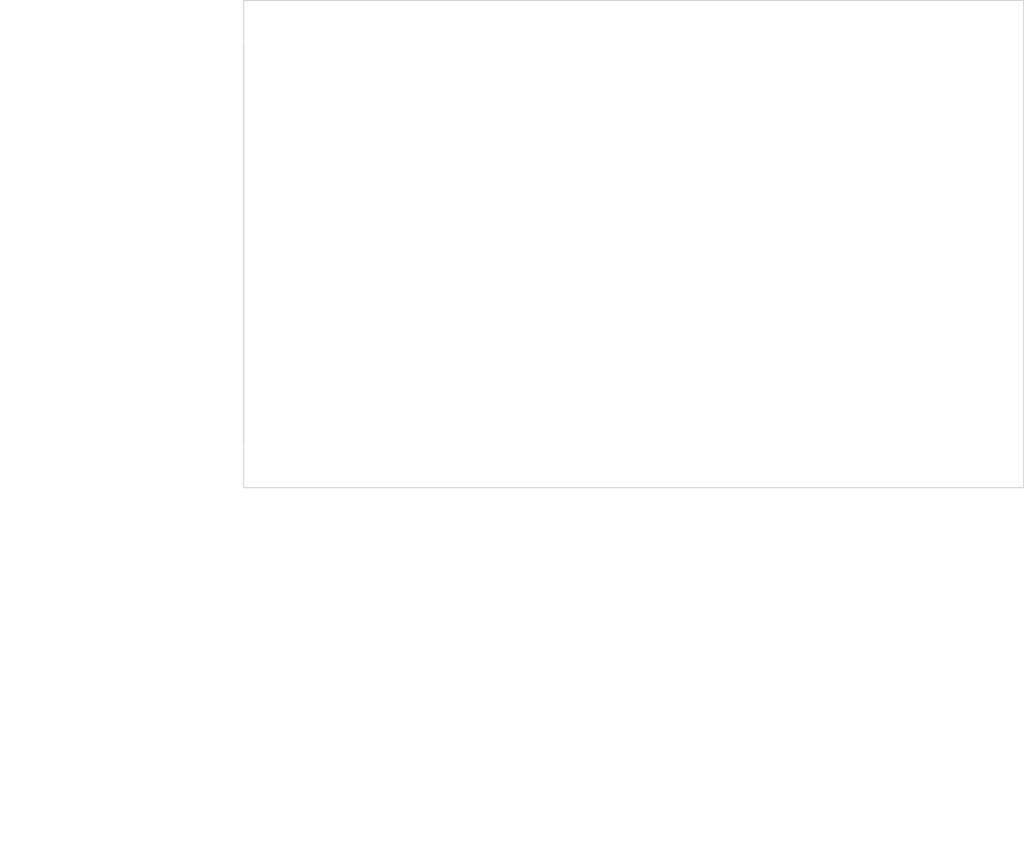
<source format=kicad_pcb>
(kicad_pcb
	(version 20240108)
	(generator "pcbnew")
	(generator_version "8.0")
	(general
		(thickness 1.6062)
		(legacy_teardrops no)
	)
	(paper "A")
	(layers
		(0 "F.Cu" mixed)
		(1 "In1.Cu" power)
		(2 "In2.Cu" power)
		(31 "B.Cu" mixed)
		(34 "B.Paste" user)
		(35 "F.Paste" user)
		(36 "B.SilkS" user "B.Silkscreen")
		(37 "F.SilkS" user "F.Silkscreen")
		(38 "B.Mask" user)
		(39 "F.Mask" user)
		(40 "Dwgs.User" user "User.Drawings")
		(41 "Cmts.User" user "User.Comments")
		(44 "Edge.Cuts" user)
		(45 "Margin" user)
		(46 "B.CrtYd" user "B.Courtyard")
		(47 "F.CrtYd" user "F.Courtyard")
		(48 "B.Fab" user)
		(49 "F.Fab" user)
	)
	(setup
		(stackup
			(layer "F.SilkS"
				(type "Top Silk Screen")
				(color "White")
				(material "Liquid Photo")
			)
			(layer "F.Paste"
				(type "Top Solder Paste")
			)
			(layer "F.Mask"
				(type "Top Solder Mask")
				(color "Green")
				(thickness 0.01)
				(material "Liquid Ink")
				(epsilon_r 3.3)
				(loss_tangent 0)
			)
			(layer "F.Cu"
				(type "copper")
				(thickness 0.035)
			)
			(layer "dielectric 1"
				(type "prepreg")
				(color "FR4 natural")
				(thickness 0.2104)
				(material "7628")
				(epsilon_r 4.4)
				(loss_tangent 0)
			)
			(layer "In1.Cu"
				(type "copper")
				(thickness 0.0152)
			)
			(layer "dielectric 2"
				(type "core")
				(color "FR4 natural")
				(thickness 1.065)
				(material "FR4")
				(epsilon_r 4.6)
				(loss_tangent 0.02)
			)
			(layer "In2.Cu"
				(type "copper")
				(thickness 0.0152)
			)
			(layer "dielectric 3"
				(type "prepreg")
				(color "FR4 natural")
				(thickness 0.2104)
				(material "7628")
				(epsilon_r 4.4)
				(loss_tangent 0)
			)
			(layer "B.Cu"
				(type "copper")
				(thickness 0.035)
			)
			(layer "B.Mask"
				(type "Bottom Solder Mask")
				(color "Green")
				(thickness 0.01)
				(material "Liquid Ink")
				(epsilon_r 3.3)
				(loss_tangent 0)
			)
			(layer "B.Paste"
				(type "Bottom Solder Paste")
			)
			(layer "B.SilkS"
				(type "Bottom Silk Screen")
				(color "White")
				(material "Liquid Photo")
			)
			(copper_finish "ENIG")
			(dielectric_constraints yes)
		)
		(pad_to_mask_clearance 0)
		(solder_mask_min_width 0.08)
		(allow_soldermask_bridges_in_footprints no)
		(pcbplotparams
			(layerselection 0x00010fc_ffffffff)
			(plot_on_all_layers_selection 0x0000000_00000000)
			(disableapertmacros no)
			(usegerberextensions no)
			(usegerberattributes yes)
			(usegerberadvancedattributes yes)
			(creategerberjobfile yes)
			(dashed_line_dash_ratio 12.000000)
			(dashed_line_gap_ratio 3.000000)
			(svgprecision 4)
			(plotframeref no)
			(viasonmask no)
			(mode 1)
			(useauxorigin no)
			(hpglpennumber 1)
			(hpglpenspeed 20)
			(hpglpendiameter 15.000000)
			(pdf_front_fp_property_popups yes)
			(pdf_back_fp_property_popups yes)
			(dxfpolygonmode yes)
			(dxfimperialunits yes)
			(dxfusepcbnewfont yes)
			(psnegative no)
			(psa4output no)
			(plotreference yes)
			(plotvalue yes)
			(plotfptext yes)
			(plotinvisibletext no)
			(sketchpadsonfab no)
			(subtractmaskfromsilk no)
			(outputformat 1)
			(mirror no)
			(drillshape 1)
			(scaleselection 1)
			(outputdirectory "")
		)
	)
	(net 0 "")
	(gr_line
		(start 70.748 118.91)
		(end 62.748 118.91)
		(stroke
			(width 0.2)
			(type dash)
		)
		(layer "Dwgs.User")
		(uuid "0b7e5196-f342-44b5-8cc1-6b761143669a")
	)
	(gr_circle
		(center 66.318 33.77)
		(end 67.668 33.77)
		(stroke
			(width 0.2)
			(type solid)
		)
		(fill none)
		(layer "Dwgs.User")
		(uuid "4b0b1706-6bf3-4693-8dd2-b8885abc9ef7")
	)
	(gr_circle
		(center 219.988 122.77)
		(end 221.338 122.77)
		(stroke
			(width 0.2)
			(type solid)
		)
		(fill none)
		(layer "Dwgs.User")
		(uuid "5a353771-1998-4eb0-af52-da71898187da")
	)
	(gr_line
		(start 222.748 125.77)
		(end 62.748 125.77)
		(stroke
			(width 0.2)
			(type dash)
		)
		(layer "Dwgs.User")
		(uuid "71fbccc7-3559-4c15-afe8-b57f8b150f71")
	)
	(gr_line
		(start 62.748 37.63)
		(end 70.748 37.63)
		(stroke
			(width 0.2)
			(type dash)
		)
		(layer "Dwgs.User")
		(uuid "7f54fd4c-41fb-44cc-b973-dbb3ba279b4a")
	)
	(gr_line
		(start 222.748 30.77)
		(end 62.748 30.77)
		(stroke
			(width 0.2)
			(type dash)
		)
		(layer "Dwgs.User")
		(uuid "c1e15d54-e8be-4dec-8a8b-f160a89442cf")
	)
	(gr_circle
		(center 219.988 33.77)
		(end 221.338 33.77)
		(stroke
			(width 0.2)
			(type solid)
		)
		(fill none)
		(layer "Dwgs.User")
		(uuid "c4f900ee-de1c-442e-a15c-733110bdf3c0")
	)
	(gr_line
		(start 62.748 78.27)
		(end 222.748 78.27)
		(stroke
			(width 0.2)
			(type dash_dot)
		)
		(layer "Dwgs.User")
		(uuid "c841d2c5-ccea-4177-9ee3-204ea26edbd5")
	)
	(gr_line
		(start 70.748 37.63)
		(end 70.748 118.91)
		(stroke
			(width 0.2)
			(type dash)
		)
		(layer "Dwgs.User")
		(uuid "d4cd9367-5131-46d7-8a8c-4368b9c33916")
	)
	(gr_circle
		(center 66.318 122.77)
		(end 67.668 122.77)
		(stroke
			(width 0.2)
			(type solid)
		)
		(fill none)
		(layer "Dwgs.User")
		(uuid "f469a61b-7a15-483f-9b83-d0b5eb7815e3")
	)
	(gr_line
		(start 12.820286 151.972)
		(end 12.820286 203.158)
		(stroke
			(width 0.1)
			(type default)
		)
		(layer "Cmts.User")
		(uuid "14126d49-4f28-456c-a3b9-3df07f7c7a95")
	)
	(gr_line
		(start 12.820286 156.28)
		(end 133.791717 156.28)
		(stroke
			(width 0.1)
			(type default)
		)
		(layer "Cmts.User")
		(uuid "22f53a7b-ed2e-4323-b736-a29ee18a6022")
	)
	(gr_line
		(start 53.277428 151.972)
		(end 53.277428 203.158)
		(stroke
			(width 0.1)
			(type default)
		)
		(layer "Cmts.User")
		(uuid "27922127-88c4-4041-b74e-808b4dff2358")
	)
	(gr_line
		(start 12.820286 185.128)
		(end 133.791717 185.128)
		(stroke
			(width 0.1)
			(type default)
		)
		(layer "Cmts.User")
		(uuid "571998e6-64a5-4875-b39d-abe86ce588f5")
	)
	(gr_line
		(start 103.948858 151.972)
		(end 103.948858 203.158)
		(stroke
			(width 0.1)
			(type default)
		)
		(layer "Cmts.User")
		(uuid "5c9bd496-736a-4cb6-93ad-f69fa9857587")
	)
	(gr_line
		(start 12.820286 203.158)
		(end 133.791717 203.158)
		(stroke
			(width 0.1)
			(type default)
		)
		(layer "Cmts.User")
		(uuid "633b3ea1-fceb-4b20-9ae6-345f37c7d33c")
	)
	(gr_line
		(start 69.063144 151.972)
		(end 69.063144 203.158)
		(stroke
			(width 0.1)
			(type default)
		)
		(layer "Cmts.User")
		(uuid "76341ba1-2617-434b-bc44-f8198b80f90b")
	)
	(gr_line
		(start 12.820286 151.972)
		(end 133.791717 151.972)
		(stroke
			(width 0.1)
			(type default)
		)
		(layer "Cmts.User")
		(uuid "7aeb4629-8082-46f3-911b-6a2af3542c68")
	)
	(gr_line
		(start 12.820286 174.31)
		(end 133.791717 174.31)
		(stroke
			(width 0.1)
			(type default)
		)
		(layer "Cmts.User")
		(uuid "816432e7-a192-4cef-8ef4-fafccc75bcc8")
	)
	(gr_line
		(start 12.820286 177.916)
		(end 133.791717 177.916)
		(stroke
			(width 0.1)
			(type default)
		)
		(layer "Cmts.User")
		(uuid "8342fef8-848e-4909-844b-ee9ad3beca46")
	)
	(gr_line
		(start 12.820286 163.492)
		(end 133.791717 163.492)
		(stroke
			(width 0.1)
			(type default)
		)
		(layer "Cmts.User")
		(uuid "8e93e5b5-609a-4401-89ff-d0f4571fd6bf")
	)
	(gr_line
		(start 12.820286 188.734)
		(end 133.791717 188.734)
		(stroke
			(width 0.1)
			(type default)
		)
		(layer "Cmts.User")
		(uuid "8f703a1e-4e03-4b39-8108-9d42f4906de2")
	)
	(gr_line
		(start 89.091716 151.972)
		(end 89.091716 203.158)
		(stroke
			(width 0.1)
			(type default)
		)
		(layer "Cmts.User")
		(uuid "9f12393e-dc03-4d4a-aec7-8824b43c2319")
	)
	(gr_line
		(start 12.820286 199.552)
		(end 133.791717 199.552)
		(stroke
			(width 0.1)
			(type default)
		)
		(layer "Cmts.User")
		(uuid "b46f2ea6-7d34-4877-976e-41aedb198dbb")
	)
	(gr_line
		(start 12.820286 170.704)
		(end 133.791717 170.704)
		(stroke
			(width 0.1)
			(type default)
		)
		(layer "Cmts.User")
		(uuid "b73414b1-e7c1-48e0-af26-af0a1b545126")
	)
	(gr_line
		(start 12.820286 159.886)
		(end 133.791717 159.886)
		(stroke
			(width 0.1)
			(type default)
		)
		(layer "Cmts.User")
		(uuid "c37ab0d8-07b4-4cb1-a453-bba762dd43d7")
	)
	(gr_line
		(start 12.820286 167.098)
		(end 133.791717 167.098)
		(stroke
			(width 0.1)
			(type default)
		)
		(layer "Cmts.User")
		(uuid "c973b127-fb4b-4334-b216-8912a824fc48")
	)
	(gr_line
		(start 116.834573 151.972)
		(end 116.834573 203.158)
		(stroke
			(width 0.1)
			(type default)
		)
		(layer "Cmts.User")
		(uuid "d3420bd4-fa2d-4166-8dba-8fab2c11115b")
	)
	(gr_line
		(start 12.820286 192.34)
		(end 133.791717 192.34)
		(stroke
			(width 0.1)
			(type default)
		)
		(layer "Cmts.User")
		(uuid "dc559403-6789-4682-a1b8-6b9bcc71da01")
	)
	(gr_line
		(start 12.820286 195.946)
		(end 133.791717 195.946)
		(stroke
			(width 0.1)
			(type default)
		)
		(layer "Cmts.User")
		(uuid "dec42b7b-85bc-4850-b84f-fcbff6844a42")
	)
	(gr_line
		(start 28.206 151.972)
		(end 28.206 203.158)
		(stroke
			(width 0.1)
			(type default)
		)
		(layer "Cmts.User")
		(uuid "e03435eb-6191-4e27-84a9-bf82ac84fe79")
	)
	(gr_line
		(start 133.791717 151.972)
		(end 133.791717 203.158)
		(stroke
			(width 0.1)
			(type default)
		)
		(layer "Cmts.User")
		(uuid "ed4ef111-03f7-446c-bf34-0aecdac3a1b9")
	)
	(gr_line
		(start 12.820286 181.522)
		(end 133.791717 181.522)
		(stroke
			(width 0.1)
			(type default)
		)
		(layer "Cmts.User")
		(uuid "fc62c1f8-1822-440a-af27-56bcfd607211")
	)
	(gr_line
		(start 62.748 118.91)
		(end 62.748 37.63)
		(stroke
			(width 0.2)
			(type default)
		)
		(layer "Edge.Cuts")
		(uuid "0af06830-8cf2-427c-b16a-0eb2a5c2a33f")
	)
	(gr_line
		(start 62.748 28.27)
		(end 222.748 28.27)
		(stroke
			(width 0.2)
			(type default)
		)
		(layer "Edge.Cuts")
		(uuid "146b2828-6532-4ae3-9279-7f0e12986d41")
	)
	(gr_line
		(start 62.748 128.27)
		(end 62.748 28.27)
		(stroke
			(width 0.2)
			(type default)
		)
		(layer "Edge.Cuts")
		(uuid "64306c66-7623-4b42-b178-fd06d2c10203")
	)
	(gr_line
		(start 222.748 28.27)
		(end 222.748 128.27)
		(stroke
			(width 0.2)
			(type default)
		)
		(layer "Edge.Cuts")
		(uuid "84e17966-074a-4a56-95b8-3b43fc0b0a65")
	)
	(gr_line
		(start 222.748 128.27)
		(end 62.748 128.27)
		(stroke
			(width 0.2)
			(type default)
		)
		(layer "Edge.Cuts")
		(uuid "8708145f-58af-4edd-8444-6ef932744093")
	)
	(gr_text "0"
		(at 117.584573 167.848 0)
		(layer "Cmts.User")
		(uuid "03061cc7-0b2f-463e-a6a6-c8d59f4a2f0c")
		(effects
			(font
				(size 1.5 1.5)
				(thickness 0.1)
			)
			(justify left top)
		)
	)
	(gr_text "Bottom Solder Paste"
		(at 28.956 196.696 0)
		(layer "Cmts.User")
		(uuid "03b93fd9-efb4-45c4-93e8-0a994965727a")
		(effects
			(font
				(size 1.5 1.5)
				(thickness 0.1)
			)
			(justify left top)
		)
	)
	(gr_text ""
		(at 89.841716 175.06 0)
		(layer "Cmts.User")
		(uuid "03f4b326-7ade-4689-b25f-e6bb8ec1412b")
		(effects
			(font
				(size 1.5 1.5)
				(thickness 0.1)
			)
			(justify left top)
		)
	)
	(gr_text "FR4 natural"
		(at 89.841716 171.454 0)
		(layer "Cmts.User")
		(uuid "05506824-c23e-4f24-b588-e69c9b7f6220")
		(effects
			(font
				(size 1.5 1.5)
				(thickness 0.1)
			)
			(justify left top)
		)
	)
	(gr_text "copper"
		(at 28.956 167.848 0)
		(layer "Cmts.User")
		(uuid "06a893b6-fbf5-4466-ae0c-753b150bf67e")
		(effects
			(font
				(size 1.5 1.5)
				(thickness 0.1)
			)
			(justify left top)
		)
	)
	(gr_text ""
		(at 54.027428 160.636 0)
		(layer "Cmts.User")
		(uuid "099c647a-655d-4197-92f5-c6c805f72b9c")
		(effects
			(font
				(size 1.5 1.5)
				(thickness 0.1)
			)
			(justify left top)
		)
	)
	(gr_text "0.01 mm"
		(at 69.813144 164.242 0)
		(layer "Cmts.User")
		(uuid "0ff0b652-840c-4d14-89d9-596715f0da2a")
		(effects
			(font
				(size 1.5 1.5)
				(thickness 0.1)
			)
			(justify left top)
		)
	)
	(gr_text "0"
		(at 117.584573 182.272 0)
		(layer "Cmts.User")
		(uuid "108d77bb-2093-4008-9777-d28c97c81308")
		(effects
			(font
				(size 1.5 1.5)
				(thickness 0.1)
			)
			(justify left top)
		)
	)
	(gr_text "Top Solder Paste"
		(at 28.956 160.636 0)
		(layer "Cmts.User")
		(uuid "1121eac4-092d-49b0-ae21-1dfa2db64e09")
		(effects
			(font
				(size 1.5 1.5)
				(thickness 0.1)
			)
			(justify left top)
		)
	)
	(gr_text "0"
		(at 117.584573 171.454 0)
		(layer "Cmts.User")
		(uuid "11fb9733-ce81-43a6-ba7a-4afd6afda3f6")
		(effects
			(font
				(size 1.5 1.5)
				(thickness 0.1)
			)
			(justify left top)
		)
	)
	(gr_text "0"
		(at 117.584573 193.09 0)
		(layer "Cmts.User")
		(uuid "196ff291-8d22-4ab8-826d-9f38db216f02")
		(effects
			(font
				(size 1.5 1.5)
				(thickness 0.1)
			)
			(justify left top)
		)
	)
	(gr_text "prepreg"
		(at 28.956 185.878 0)
		(layer "Cmts.User")
		(uuid "1b65e5aa-290b-42aa-ac4b-cbff86a52506")
		(effects
			(font
				(size 1.5 1.5)
				(thickness 0.1)
			)
			(justify left top)
		)
	)
	(gr_text "0.02"
		(at 117.584573 178.666 0)
		(layer "Cmts.User")
		(uuid "1c75dcd8-7606-4084-b8a5-01155db949cc")
		(effects
			(font
				(size 1.5 1.5)
				(thickness 0.1)
			)
			(justify left top)
		)
	)
	(gr_text "FR4 natural"
		(at 89.841716 178.666 0)
		(layer "Cmts.User")
		(uuid "1ef306ce-aaff-4954-8078-4ee7568c5fb9")
		(effects
			(font
				(size 1.5 1.5)
				(thickness 0.1)
			)
			(justify left top)
		)
	)
	(gr_text "White"
		(at 89.841716 200.302 0)
		(layer "Cmts.User")
		(uuid "24c9fe7a-ffac-4a21-aea5-b6eb2e83a4b5")
		(effects
			(font
				(size 1.5 1.5)
				(thickness 0.1)
			)
			(justify left top)
		)
	)
	(gr_text "Bottom Silk Screen"
		(at 28.956 200.302 0)
		(layer "Cmts.User")
		(uuid "253fa676-0caf-48a0-a369-af13d30aaed4")
		(effects
			(font
				(size 1.5 1.5)
				(thickness 0.1)
			)
			(justify left top)
		)
	)
	(gr_text "0.035 mm"
		(at 69.813144 167.848 0)
		(layer "Cmts.User")
		(uuid "2b2c3618-4cde-47a3-87b3-508efa2f6393")
		(effects
			(font
				(size 1.5 1.5)
				(thickness 0.1)
			)
			(justify left top)
		)
	)
	(gr_text "1"
		(at 104.698858 167.848 0)
		(layer "Cmts.User")
		(uuid "2bccd75a-7196-4875-bad3-1bc53515e8ab")
		(effects
			(font
				(size 1.5 1.5)
				(thickness 0.1)
			)
			(justify left top)
		)
	)
	(gr_text "4.6"
		(at 104.698858 178.666 0)
		(layer "Cmts.User")
		(uuid "2c74daab-3005-466c-b7bf-90f0c986f65e")
		(effects
			(font
				(size 1.5 1.5)
				(thickness 0.1)
			)
			(justify left top)
		)
	)
	(gr_text "0"
		(at 117.584573 196.696 0)
		(layer "Cmts.User")
		(uuid "2d589815-cfd2-421d-8afa-5c394dd1acb3")
		(effects
			(font
				(size 1.5 1.5)
				(thickness 0.1)
			)
			(justify left top)
		)
	)
	(gr_text ""
		(at 54.027428 175.06 0)
		(layer "Cmts.User")
		(uuid "2eef85e6-a2f1-4fd3-a57c-5ae06f4dec50")
		(effects
			(font
				(size 1.5 1.5)
				(thickness 0.1)
			)
			(justify left top)
		)
	)
	(gr_text "Thickness (mm)"
		(at 69.813144 152.722 0)
		(layer "Cmts.User")
		(uuid "2ef6ac04-c953-4d5c-9420-ea8f160a0fd6")
		(effects
			(font
				(size 1.5 1.5)
				(thickness 0.3)
			)
			(justify left top)
		)
	)
	(gr_text "0 mm"
		(at 69.813144 200.302 0)
		(layer "Cmts.User")
		(uuid "30d7ff24-6885-4314-adad-9f16cd398fe0")
		(effects
			(font
				(size 1.5 1.5)
				(thickness 0.1)
			)
			(justify left top)
		)
	)
	(gr_text "F.Paste"
		(at 13.570286 160.636 0)
		(layer "Cmts.User")
		(uuid "317fb243-f813-45b8-a876-307e23516b83")
		(effects
			(font
				(size 1.5 1.5)
				(thickness 0.1)
			)
			(justify left top)
		)
	)
	(gr_text "B.Cu"
		(at 13.570286 189.484 0)
		(layer "Cmts.User")
		(uuid "31cd0d86-6446-4ad4-a43b-42c35344d9d5")
		(effects
			(font
				(size 1.5 1.5)
				(thickness 0.1)
			)
			(justify left top)
		)
	)
	(gr_text "0"
		(at 117.584573 175.06 0)
		(layer "Cmts.User")
		(uuid "33d759b3-d624-42b8-a3e7-3114adab17ae")
		(effects
			(font
				(size 1.5 1.5)
				(thickness 0.1)
			)
			(justify left top)
		)
	)
	(gr_text "0 mm"
		(at 69.813144 196.696 0)
		(layer "Cmts.User")
		(uuid "35f3e7c8-9976-41f7-8a05-1adce1bccc46")
		(effects
			(font
				(size 1.5 1.5)
				(thickness 0.1)
			)
			(justify left top)
		)
	)
	(gr_text "1"
		(at 104.698858 200.302 0)
		(layer "Cmts.User")
		(uuid "3eae64b0-9d24-4324-be06-3659557f269f")
		(effects
			(font
				(size 1.5 1.5)
				(thickness 0.1)
			)
			(justify left top)
		)
	)
	(gr_text "Green"
		(at 89.841716 193.09 0)
		(layer "Cmts.User")
		(uuid "400b327c-3775-4ff3-815e-95d79251369d")
		(effects
			(font
				(size 1.5 1.5)
				(thickness 0.1)
			)
			(justify left top)
		)
	)
	(gr_text "0.0152 mm"
		(at 69.813144 182.272 0)
		(layer "Cmts.User")
		(uuid "40e912bf-46c3-4d64-be83-f466fe188a02")
		(effects
			(font
				(size 1.5 1.5)
				(thickness 0.1)
			)
			(justify left top)
		)
	)
	(gr_text "0.2104 mm"
		(at 69.813144 185.878 0)
		(layer "Cmts.User")
		(uuid "43f05a38-b6ff-4d5b-96a9-8078f2012625")
		(effects
			(font
				(size 1.5 1.5)
				(thickness 0.1)
			)
			(justify left top)
		)
	)
	(gr_text "FR4 natural"
		(at 89.841716 185.878 0)
		(layer "Cmts.User")
		(uuid "4445d114-8bd8-4685-95b5-3f55e9e90aa9")
		(effects
			(font
				(size 1.5 1.5)
				(thickness 0.1)
			)
			(justify left top)
		)
	)
	(gr_text "copper"
		(at 28.956 189.484 0)
		(layer "Cmts.User")
		(uuid "491b2282-08b2-4c62-812d-2794bbd88ab6")
		(effects
			(font
				(size 1.5 1.5)
				(thickness 0.1)
			)
			(justify left top)
		)
	)
	(gr_text ""
		(at 89.841716 196.696 0)
		(layer "Cmts.User")
		(uuid "4a12f150-1032-4953-bb1e-042484131b3b")
		(effects
			(font
				(size 1.5 1.5)
				(thickness 0.1)
			)
			(justify left top)
		)
	)
	(gr_text "Top Solder Mask"
		(at 28.956 164.242 0)
		(layer "Cmts.User")
		(uuid "4d3ca169-529a-4960-a9e2-370ba08b0a48")
		(effects
			(font
				(size 1.5 1.5)
				(thickness 0.1)
			)
			(justify left top)
		)
	)
	(gr_text "F.Mask"
		(at 13.570286 164.242 0)
		(layer "Cmts.User")
		(uuid "53ab6490-c666-40c1-b6e4-b52fb1d06cd8")
		(effects
			(font
				(size 1.5 1.5)
				(thickness 0.1)
			)
			(justify left top)
		)
	)
	(gr_text "0.0152 mm"
		(at 69.813144 175.06 0)
		(layer "Cmts.User")
		(uuid "55a969e9-fa74-43c0-8c98-5af5e01f8786")
		(effects
			(font
				(size 1.5 1.5)
				(thickness 0.1)
			)
			(justify left top)
		)
	)
	(gr_text "0.01 mm"
		(at 69.813144 193.09 0)
		(layer "Cmts.User")
		(uuid "56c00d4d-3807-4732-ad25-014fee8ce469")
		(effects
			(font
				(size 1.5 1.5)
				(thickness 0.1)
			)
			(justify left top)
		)
	)
	(gr_text "In2.Cu"
		(at 13.570286 182.272 0)
		(layer "Cmts.User")
		(uuid "5ad37236-9916-49ac-8a3a-5e9d7d6d7992")
		(effects
			(font
				(size 1.5 1.5)
				(thickness 0.1)
			)
			(justify left top)
		)
	)
	(gr_text "3.3"
		(at 104.698858 193.09 0)
		(layer "Cmts.User")
		(uuid "5d2caed0-275e-47cc-9a64-625b1b0f7ce8")
		(effects
			(font
				(size 1.5 1.5)
				(thickness 0.1)
			)
			(justify left top)
		)
	)
	(gr_text "Color"
		(at 89.841716 152.722 0)
		(layer "Cmts.User")
		(uuid "60a8baa4-a969-4d12-82c9-7db777ea12eb")
		(effects
			(font
				(size 1.5 1.5)
				(thickness 0.3)
			)
			(justify left top)
		)
	)
	(gr_text "Bottom Solder Mask"
		(at 28.956 193.09 0)
		(layer "Cmts.User")
		(uuid "613b3474-3396-4fdc-ba5a-fa9b5d472ff6")
		(effects
			(font
				(size 1.5 1.5)
				(thickness 0.1)
			)
			(justify left top)
		)
	)
	(gr_text "7628"
		(at 54.027428 185.878 0)
		(layer "Cmts.User")
		(uuid "6de2d294-a8ab-4e9a-b91c-b24a1f4f7418")
		(effects
			(font
				(size 1.5 1.5)
				(thickness 0.1)
			)
			(justify left top)
		)
	)
	(gr_text "Liquid Ink"
		(at 54.027428 164.242 0)
		(layer "Cmts.User")
		(uuid "74aa022c-9a07-49ab-bfa4-dff15eb9364e")
		(effects
			(font
				(size 1.5 1.5)
				(thickness 0.1)
			)
			(justify left top)
		)
	)
	(gr_text "Liquid Photo"
		(at 54.027428 200.302 0)
		(layer "Cmts.User")
		(uuid "77ae2775-07a9-4961-be00-1416fc2b2577")
		(effects
			(font
				(size 1.5 1.5)
				(thickness 0.1)
			)
			(justify left top)
		)
	)
	(gr_text "0 mm"
		(at 69.813144 160.636 0)
		(layer "Cmts.User")
		(uuid "802916c8-fed7-49a6-9a7a-a069e2b603ad")
		(effects
			(font
				(size 1.5 1.5)
				(thickness 0.1)
			)
			(justify left top)
		)
	)
	(gr_text "B.Silkscreen"
		(at 13.570286 200.302 0)
		(layer "Cmts.User")
		(uuid "857cc273-192b-4a5c-8e16-536360c91421")
		(effects
			(font
				(size 1.5 1.5)
				(thickness 0.1)
			)
			(justify left top)
		)
	)
	(gr_text "White"
		(at 89.841716 157.03 0)
		(layer "Cmts.User")
		(uuid "873729e0-3918-4e50-b704-44bd7753354b")
		(effects
			(font
				(size 1.5 1.5)
				(thickness 0.1)
			)
			(justify left top)
		)
	)
	(gr_text "In1.Cu"
		(at 13.570286 175.06 0)
		(layer "Cmts.User")
		(uuid "8932992d-f659-42eb-a503-0b4ccc3b158e")
		(effects
			(font
				(size 1.5 1.5)
				(thickness 0.1)
			)
			(justify left top)
		)
	)
	(gr_text "3.3"
		(at 104.698858 164.242 0)
		(layer "Cmts.User")
		(uuid "89699a67-196d-4ec5-a9c4-03d8bc312749")
		(effects
			(font
				(size 1.5 1.5)
				(thickness 0.1)
			)
			(justify left top)
		)
	)
	(gr_text "Loss Tangent"
		(at 117.584573 152.722 0)
		(layer "Cmts.User")
		(uuid "90a43245-fab4-4833-8b3a-42782c442751")
		(effects
			(font
				(size 1.5 1.5)
				(thickness 0.3)
			)
			(justify left top)
		)
	)
	(gr_text "1"
		(at 104.698858 189.484 0)
		(layer "Cmts.User")
		(uuid "90d0f300-b6bd-4df1-971d-c531826372c4")
		(effects
			(font
				(size 1.5 1.5)
				(thickness 0.1)
			)
			(justify left top)
		)
	)
	(gr_text ""
		(at 54.027428 182.272 0)
		(layer "Cmts.User")
		(uuid "90f3178f-523b-4992-9e4f-9e6dfa1f2987")
		(effects
			(font
				(size 1.5 1.5)
				(thickness 0.1)
			)
			(justify left top)
		)
	)
	(gr_text ""
		(at 89.841716 182.272 0)
		(layer "Cmts.User")
		(uuid "9c7f48b2-2609-4cc7-91c7-e824a2a13141")
		(effects
			(font
				(size 1.5 1.5)
				(thickness 0.1)
			)
			(justify left top)
		)
	)
	(gr_text "Layer Name"
		(at 13.570286 152.722 0)
		(layer "Cmts.User")
		(uuid "9e1b82da-9a13-4acc-8336-3a8fdd9fb1f2")
		(effects
			(font
				(size 1.5 1.5)
				(thickness 0.3)
			)
			(justify left top)
		)
	)
	(gr_text ""
		(at 89.841716 167.848 0)
		(layer "Cmts.User")
		(uuid "9ec5a3cb-93dc-43b7-9d1b-8ce416f367c6")
		(effects
			(font
				(size 1.5 1.5)
				(thickness 0.1)
			)
			(justify left top)
		)
	)
	(gr_text "1"
		(at 104.698858 196.696 0)
		(layer "Cmts.User")
		(uuid "a02c0fa7-745f-4f51-aed1-b14d5ebab09c")
		(effects
			(font
				(size 1.5 1.5)
				(thickness 0.1)
			)
			(justify left top)
		)
	)
	(gr_text "0"
		(at 117.584573 185.878 0)
		(layer "Cmts.User")
		(uuid "a46effca-0462-4157-a82b-6c8602970d16")
		(effects
			(font
				(size 1.5 1.5)
				(thickness 0.1)
			)
			(justify left top)
		)
	)
	(gr_text "Material"
		(at 54.027428 152.722 0)
		(layer "Cmts.User")
		(uuid "a5b636ed-f63f-40c7-88c7-5c2125d7bfdf")
		(effects
			(font
				(size 1.5 1.5)
				(thickness 0.3)
			)
			(justify left top)
		)
	)
	(gr_text "0"
		(at 117.584573 189.484 0)
		(layer "Cmts.User")
		(uuid "a618c143-5b39-488f-ad2e-563fc52fdd2f")
		(effects
			(font
				(size 1.5 1.5)
				(thickness 0.1)
			)
			(justify left top)
		)
	)
	(gr_text "0"
		(at 117.584573 157.03 0)
		(layer "Cmts.User")
		(uuid "ac1c9a8b-fad9-4e9c-a69a-01a08f02944d")
		(effects
			(font
				(size 1.5 1.5)
				(thickness 0.1)
			)
			(justify left top)
		)
	)
	(gr_text "Liquid Ink"
		(at 54.027428 193.09 0)
		(layer "Cmts.User")
		(uuid "afc558dc-ef6d-4c18-95ab-4766acb3789a")
		(effects
			(font
				(size 1.5 1.5)
				(thickness 0.1)
			)
			(justify left top)
		)
	)
	(gr_text "B.Paste"
		(at 13.570286 196.696 0)
		(layer "Cmts.User")
		(uuid "b037392f-ca70-41a0-9241-68abbcf85c99")
		(effects
			(font
				(size 1.5 1.5)
				(thickness 0.1)
			)
			(justify left top)
		)
	)
	(gr_text "F.Cu"
		(at 13.570286 167.848 0)
		(layer "Cmts.User")
		(uuid "b08fe609-8184-4ec8-a55f-b3e1bed38c44")
		(effects
			(font
				(size 1.5 1.5)
				(thickness 0.1)
			)
			(justify left top)
		)
	)
	(gr_text "0"
		(at 117.584573 164.242 0)
		(layer "Cmts.User")
		(uuid "b2c57b30-e033-4f1e-b84c-275c6cca892f")
		(effects
			(font
				(size 1.5 1.5)
				(thickness 0.1)
			)
			(justify left top)
		)
	)
	(gr_text "Top Silk Screen"
		(at 28.956 157.03 0)
		(layer "Cmts.User")
		(uuid "b40aefbe-23cd-40ac-b00a-a39eaef8e13f")
		(effects
			(font
				(size 1.5 1.5)
				(thickness 0.1)
			)
			(justify left top)
		)
	)
	(gr_text "copper"
		(at 28.956 182.272 0)
		(layer "Cmts.User")
		(uuid "b6a319c2-158b-49a9-8626-eb6690a70c71")
		(effects
			(font
				(size 1.5 1.5)
				(thickness 0.1)
			)
			(justify left top)
		)
	)
	(gr_text "prepreg"
		(at 28.956 171.454 0)
		(layer "Cmts.User")
		(uuid "b7c0f02f-79f7-4a23-aa72-55e9f9134721")
		(effects
			(font
				(size 1.5 1.5)
				(thickness 0.1)
			)
			(justify left top)
		)
	)
	(gr_text "B.Mask"
		(at 13.570286 193.09 0)
		(layer "Cmts.User")
		(uuid "b96a7b4d-cece-4e93-97d6-f39e02c4cf51")
		(effects
			(font
				(size 1.5 1.5)
				(thickness 0.1)
			)
			(justify left top)
		)
	)
	(gr_text ""
		(at 89.841716 189.484 0)
		(layer "Cmts.User")
		(uuid "bc371efd-f2ea-460c-ae97-2a73a5225b27")
		(effects
			(font
				(size 1.5 1.5)
				(thickness 0.1)
			)
			(justify left top)
		)
	)
	(gr_text "1.065 mm"
		(at 69.813144 178.666 0)
		(layer "Cmts.User")
		(uuid "bfa10ed3-2f1c-45d0-a6eb-8080f90cea5b")
		(effects
			(font
				(size 1.5 1.5)
				(thickness 0.1)
			)
			(justify left top)
		)
	)
	(gr_text "copper"
		(at 28.956 175.06 0)
		(layer "Cmts.User")
		(uuid "c0293aa5-f518-40d0-b68e-978a6f49a032")
		(effects
			(font
				(size 1.5 1.5)
				(thickness 0.1)
			)
			(justify left top)
		)
	)
	(gr_text "Epsilon R"
		(at 104.698858 152.722 0)
		(layer "Cmts.User")
		(uuid "c162712d-d6cd-4f1e-969c-1d8485d67437")
		(effects
			(font
				(size 1.5 1.5)
				(thickness 0.3)
			)
			(justify left top)
		)
	)
	(gr_text ""
		(at 54.027428 167.848 0)
		(layer "Cmts.User")
		(uuid "c19809bf-a81a-4fd6-b244-80f12951380e")
		(effects
			(font
				(size 1.5 1.5)
				(thickness 0.1)
			)
			(justify left top)
		)
	)
	(gr_text ""
		(at 54.027428 196.696 0)
		(layer "Cmts.User")
		(uuid "ca98e7f5-327c-4f31-876c-464351cecdf2")
		(effects
			(font
				(size 1.5 1.5)
				(thickness 0.1)
			)
			(justify left top)
		)
	)
	(gr_text "Type"
		(at 28.956 152.722 0)
		(layer "Cmts.User")
		(uuid "cb14ad7e-a7a2-45ce-b55f-cdb12ba28377")
		(effects
			(font
				(size 1.5 1.5)
				(thickness 0.3)
			)
			(justify left top)
		)
	)
	(gr_text ""
		(at 89.841716 160.636 0)
		(layer "Cmts.User")
		(uuid "dc50f15e-9581-41fd-b612-00eec0d6a99b")
		(effects
			(font
				(size 1.5 1.5)
				(thickness 0.1)
			)
			(justify left top)
		)
	)
	(gr_text "Dielectric 3"
		(at 13.570286 185.878 0)
		(layer "Cmts.User")
		(uuid "dca9203c-23fe-4b96-947e-8a33ecd0dc13")
		(effects
			(font
				(size 1.5 1.5)
				(thickness 0.1)
			)
			(justify left top)
		)
	)
	(gr_text "0"
		(at 117.584573 200.302 0)
		(layer "Cmts.User")
		(uuid "dd8c3902-5601-445d-8c7f-4ffedc6d7d32")
		(effects
			(font
				(size 1.5 1.5)
				(thickness 0.1)
			)
			(justify left top)
		)
	)
	(gr_text "Liquid Photo"
		(at 54.027428 157.03 0)
		(layer "Cmts.User")
		(uuid "e246e829-9554-4e7c-b699-1f77fdbd931e")
		(effects
			(font
				(size 1.5 1.5)
				(thickness 0.1)
			)
			(justify left top)
		)
	)
	(gr_text "4.4"
		(at 104.698858 185.878 0)
		(layer "Cmts.User")
		(uuid "e28d19b3-b6c1-4f8f-8b9c-57b6e14b6675")
		(effects
			(font
				(size 1.5 1.5)
				(thickness 0.1)
			)
			(justify left top)
		)
	)
	(gr_text "1"
		(at 104.698858 157.03 0)
		(layer "Cmts.User")
		(uuid "e448c14a-62ff-48bb-af17-d937f6e719af")
		(effects
			(font
				(size 1.5 1.5)
				(thickness 0.1)
			)
			(justify left top)
		)
	)
	(gr_text "1"
		(at 104.698858 160.636 0)
		(layer "Cmts.User")
		(uuid "e634dff5-23e3-4cb5-8809-c405d73b11bf")
		(effects
			(font
				(size 1.5 1.5)
				(thickness 0.1)
			)
			(justify left top)
		)
	)
	(gr_text "0.2104 mm"
		(at 69.813144 171.454 0)
		(layer "Cmts.User")
		(uuid "e7fb9498-a24d-4d6b-ab64-9329ecd9a112")
		(effects
			(font
				(size 1.5 1.5)
				(thickness 0.1)
			)
			(justify left top)
		)
	)
	(gr_text "Dielectric 2"
		(at 13.570286 178.666 0)
		(layer "Cmts.User")
		(uuid "e8ebdb98-edf8-4bbf-9671-8582b25cb163")
		(effects
			(font
				(size 1.5 1.5)
				(thickness 0.1)
			)
			(justify left top)
		)
	)
	(gr_text "0"
		(at 117.584573 160.636 0)
		(layer "Cmts.User")
		(uuid "eb12a41f-c14f-48de-88b6-f2ae52172b78")
		(effects
			(font
				(size 1.5 1.5)
				(thickness 0.1)
			)
			(justify left top)
		)
	)
	(gr_text "core"
		(at 28.956 178.666 0)
		(layer "Cmts.User")
		(uuid "ec04408d-332d-474f-9a0c-2cccee43b84b")
		(effects
			(font
				(size 1.5 1.5)
				(thickness 0.1)
			)
			(justify left top)
		)
	)
	(gr_text "Dielectric 1"
		(at 13.570286 171.454 0)
		(layer "Cmts.User")
		(uuid "f1c39222-96d0-440e-96d8-9346551f43f7")
		(effects
			(font
				(size 1.5 1.5)
				(thickness 0.1)
			)
			(justify left top)
		)
	)
	(gr_text "Green"
		(at 89.841716 164.242 0)
		(layer "Cmts.User")
		(uuid "f268e8bc-9075-4d69-b22f-952b6afd9875")
		(effects
			(font
				(size 1.5 1.5)
				(thickness 0.1)
			)
			(justify left top)
		)
	)
	(gr_text "F.Silkscreen"
		(at 13.570286 157.03 0)
		(layer "Cmts.User")
		(uuid "f59082b3-e507-48db-9760-32826433f143")
		(effects
			(font
				(size 1.5 1.5)
				(thickness 0.1)
			)
			(justify left top)
		)
	)
	(gr_text "1"
		(at 104.698858 182.272 0)
		(layer "Cmts.User")
		(uuid "f68924d9-82c3-44d3-99af-207f755aca16")
		(effects
			(font
				(size 1.5 1.5)
				(thickness 0.1)
			)
			(justify left top)
		)
	)
	(gr_text "1"
		(at 104.698858 175.06 0)
		(layer "Cmts.User")
		(uuid "fa0c254f-7403-4117-9269-d6a409d80ac9")
		(effects
			(font
				(size 1.5 1.5)
				(thickness 0.1)
			)
			(justify left top)
		)
	)
	(gr_text "7628"
		(at 54.027428 171.454 0)
		(layer "Cmts.User")
		(uuid "fa48308c-c2b9-40de-8c4c-51bb5695eb39")
		(effects
			(font
				(size 1.5 1.5)
				(thickness 0.1)
			)
			(justify left top)
		)
	)
	(gr_text ""
		(at 54.027428 189.484 0)
		(layer "Cmts.User")
		(uuid "fa86bb8d-3c69-4784-8ded-f3a535a1e241")
		(effects
			(font
				(size 1.5 1.5)
				(thickness 0.1)
			)
			(justify left top)
		)
	)
	(gr_text "FR4"
		(at 54.027428 178.666 0)
		(layer "Cmts.User")
		(uuid "fc573dfa-24bd-4d0b-aef5-1fc0b602bef6")
		(effects
			(font
				(size 1.5 1.5)
				(thickness 0.1)
			)
			(justify left top)
		)
	)
	(gr_text "0 mm"
		(at 69.813144 157.03 0)
		(layer "Cmts.User")
		(uuid "fcd2b756-fcb6-4ebe-b15c-42ca5ecb120d")
		(effects
			(font
				(size 1.5 1.5)
				(thickness 0.1)
			)
			(justify left top)
		)
	)
	(gr_text "4.4"
		(at 104.698858 171.454 0)
		(layer "Cmts.User")
		(uuid "ff4dedc4-1956-4d03-b8cc-fef06df8e802")
		(effects
			(font
				(size 1.5 1.5)
				(thickness 0.1)
			)
			(justify left top)
		)
	)
	(gr_text "0.035 mm"
		(at 69.813144 189.484 0)
		(layer "Cmts.User")
		(uuid "ffa81b4e-214b-480b-a57b-0f811f757c59")
		(effects
			(font
				(size 1.5 1.5)
				(thickness 0.1)
			)
			(justify left top)
		)
	)
	(gr_text_box "Note on board design.\n\nThis board is designed according to JLCPCB guidance, and the controlled impedence stack-up is JLC04161H-7628.\n\nAll controlled impedence traces are either 50Ω single-ended or 90Ω differential pair (with a 50Ω single-ended target)."
		(start 137.16 152.4)
		(end 198.12 170.18)
		(layer "Cmts.User")
		(uuid "6bb817c8-7528-4c4b-b0b2-ac78041eb8be")
		(effects
			(font
				(size 1.25 1.25)
				(thickness 0.15)
			)
			(justify left top)
		)
		(border yes)
		(stroke
			(width 0.05)
			(type solid)
		)
	)
	(dimension
		(type aligned)
		(layer "Cmts.User")
		(uuid "0c01c6f8-2997-45eb-8dfb-db65b6507715")
		(pts
			(xy 62.748 118.91) (xy 70.748 118.91)
		)
		(height 16.98)
		(gr_text "8 mm"
			(at 66.748 134.74 0)
			(layer "Cmts.User")
			(uuid "0c01c6f8-2997-45eb-8dfb-db65b6507715")
			(effects
				(font
					(size 1 1)
					(thickness 0.15)
				)
			)
		)
		(format
			(prefix "")
			(suffix "")
			(units 3)
			(units_format 1)
			(precision 4) suppress_zeroes)
		(style
			(thickness 0.1)
			(arrow_length 1.27)
			(text_position_mode 0)
			(extension_height 0.58642)
			(extension_offset 0.5) keep_text_aligned)
	)
	(dimension
		(type aligned)
		(layer "Cmts.User")
		(uuid "1ca67cc1-c836-4bc3-b159-06b8843844cb")
		(pts
			(xy 62.748 28.27) (xy 62.748 128.27)
		)
		(height 15.757999)
		(gr_text "100 mm"
			(at 45.840001 78.27 90)
			(layer "Cmts.User")
			(uuid "1ca67cc1-c836-4bc3-b159-06b8843844cb")
			(effects
				(font
					(size 1 1)
					(thickness 0.15)
				)
			)
		)
		(format
			(prefix "")
			(suffix "")
			(units 3)
			(units_format 1)
			(precision 4) suppress_zeroes)
		(style
			(thickness 0.1)
			(arrow_length 1.27)
			(text_position_mode 0)
			(extension_height 0.58642)
			(extension_offset 0.5) keep_text_aligned)
	)
	(dimension
		(type aligned)
		(layer "Cmts.User")
		(uuid "79682d30-1bf5-46f7-a133-a64b6a9c6620")
		(pts
			(xy 62.748 128.27) (xy 222.748 128.27)
		)
		(height 10.159999)
		(gr_text "160 mm"
			(at 142.748 137.279999 0)
			(layer "Cmts.User")
			(uuid "79682d30-1bf5-46f7-a133-a64b6a9c6620")
			(effects
				(font
					(size 1 1)
					(thickness 0.15)
				)
			)
		)
		(format
			(prefix "")
			(suffix "")
			(units 3)
			(units_format 1)
			(precision 4) suppress_zeroes)
		(style
			(thickness 0.1)
			(arrow_length 1.27)
			(text_position_mode 0)
			(extension_height 0.58642)
			(extension_offset 0.5) keep_text_aligned)
	)
	(dimension
		(type aligned)
		(layer "Cmts.User")
		(uuid "9e486a2d-e4a5-41dc-a734-218a5ba962a0")
		(pts
			(xy 62.748 30.77) (xy 62.748 125.77)
		)
		(height 13.217999)
		(gr_text "95 mm"
			(at 48.380001 78.27 90)
			(layer "Cmts.User")
			(uuid "9e486a2d-e4a5-41dc-a734-218a5ba962a0")
			(effects
				(font
					(size 1 1)
					(thickness 0.15)
				)
			)
		)
		(format
			(prefix "")
			(suffix "")
			(units 3)
			(units_format 1)
			(precision 4) suppress_zeroes)
		(style
			(thickness 0.1)
			(arrow_length 1.27)
			(text_position_mode 0)
			(extension_height 0.58642)
			(extension_offset 0.5) keep_text_aligned)
	)
	(group "group-boardStackUp"
		(uuid "942bfb0e-0429-4dc0-a915-e3627e87b2c1")
		(members "03061cc7-0b2f-463e-a6a6-c8d59f4a2f0c" "03b93fd9-efb4-45c4-93e8-0a994965727a"
			"03f4b326-7ade-4689-b25f-e6bb8ec1412b" "05506824-c23e-4f24-b588-e69c9b7f6220"
			"06a893b6-fbf5-4466-ae0c-753b150bf67e" "099c647a-655d-4197-92f5-c6c805f72b9c"
			"0ff0b652-840c-4d14-89d9-596715f0da2a" "108d77bb-2093-4008-9777-d28c97c81308"
			"1121eac4-092d-49b0-ae21-1dfa2db64e09" "11fb9733-ce81-43a6-ba7a-4afd6afda3f6"
			"14126d49-4f28-456c-a3b9-3df07f7c7a95" "196ff291-8d22-4ab8-826d-9f38db216f02"
			"1b65e5aa-290b-42aa-ac4b-cbff86a52506" "1c75dcd8-7606-4084-b8a5-01155db949cc"
			"1ef306ce-aaff-4954-8078-4ee7568c5fb9" "22f53a7b-ed2e-4323-b736-a29ee18a6022"
			"24c9fe7a-ffac-4a21-aea5-b6eb2e83a4b5" "253fa676-0caf-48a0-a369-af13d30aaed4"
			"27922127-88c4-4041-b74e-808b4dff2358" "2b2c3618-4cde-47a3-87b3-508efa2f6393"
			"2bccd75a-7196-4875-bad3-1bc53515e8ab" "2c74daab-3005-466c-b7bf-90f0c986f65e"
			"2d589815-cfd2-421d-8afa-5c394dd1acb3" "2eef85e6-a2f1-4fd3-a57c-5ae06f4dec50"
			"2ef6ac04-c953-4d5c-9420-ea8f160a0fd6" "30d7ff24-6885-4314-adad-9f16cd398fe0"
			"317fb243-f813-45b8-a876-307e23516b83" "31cd0d86-6446-4ad4-a43b-42c35344d9d5"
			"33d759b3-d624-42b8-a3e7-3114adab17ae" "35f3e7c8-9976-41f7-8a05-1adce1bccc46"
			"3eae64b0-9d24-4324-be06-3659557f269f" "400b327c-3775-4ff3-815e-95d79251369d"
			"40e912bf-46c3-4d64-be83-f466fe188a02" "43f05a38-b6ff-4d5b-96a9-8078f2012625"
			"4445d114-8bd8-4685-95b5-3f55e9e90aa9" "491b2282-08b2-4c62-812d-2794bbd88ab6"
			"4a12f150-1032-4953-bb1e-042484131b3b" "4d3ca169-529a-4960-a9e2-370ba08b0a48"
			"53ab6490-c666-40c1-b6e4-b52fb1d06cd8" "55a969e9-fa74-43c0-8c98-5af5e01f8786"
			"56c00d4d-3807-4732-ad25-014fee8ce469" "571998e6-64a5-4875-b39d-abe86ce588f5"
			"5ad37236-9916-49ac-8a3a-5e9d7d6d7992" "5c9bd496-736a-4cb6-93ad-f69fa9857587"
			"5d2caed0-275e-47cc-9a64-625b1b0f7ce8" "60a8baa4-a969-4d12-82c9-7db777ea12eb"
			"613b3474-3396-4fdc-ba5a-fa9b5d472ff6" "633b3ea1-fceb-4b20-9ae6-345f37c7d33c"
			"6de2d294-a8ab-4e9a-b91c-b24a1f4f7418" "74aa022c-9a07-49ab-bfa4-dff15eb9364e"
			"76341ba1-2617-434b-bc44-f8198b80f90b" "77ae2775-07a9-4961-be00-1416fc2b2577"
			"7aeb4629-8082-46f3-911b-6a2af3542c68" "802916c8-fed7-49a6-9a7a-a069e2b603ad"
			"816432e7-a192-4cef-8ef4-fafccc75bcc8" "8342fef8-848e-4909-844b-ee9ad3beca46"
			"857cc273-192b-4a5c-8e16-536360c91421" "873729e0-3918-4e50-b704-44bd7753354b"
			"8932992d-f659-42eb-a503-0b4ccc3b158e" "89699a67-196d-4ec5-a9c4-03d8bc312749"
			"8e93e5b5-609a-4401-89ff-d0f4571fd6bf" "8f703a1e-4e03-4b39-8108-9d42f4906de2"
			"90a43245-fab4-4833-8b3a-42782c442751" "90d0f300-b6bd-4df1-971d-c531826372c4"
			"90f3178f-523b-4992-9e4f-9e6dfa1f2987" "9c7f48b2-2609-4cc7-91c7-e824a2a13141"
			"9e1b82da-9a13-4acc-8336-3a8fdd9fb1f2" "9ec5a3cb-93dc-43b7-9d1b-8ce416f367c6"
			"9f12393e-dc03-4d4a-aec7-8824b43c2319" "a02c0fa7-745f-4f51-aed1-b14d5ebab09c"
			"a46effca-0462-4157-a82b-6c8602970d16" "a5b636ed-f63f-40c7-88c7-5c2125d7bfdf"
			"a618c143-5b39-488f-ad2e-563fc52fdd2f" "ac1c9a8b-fad9-4e9c-a69a-01a08f02944d"
			"afc558dc-ef6d-4c18-95ab-4766acb3789a" "b037392f-ca70-41a0-9241-68abbcf85c99"
			"b08fe609-8184-4ec8-a55f-b3e1bed38c44" "b2c57b30-e033-4f1e-b84c-275c6cca892f"
			"b40aefbe-23cd-40ac-b00a-a39eaef8e13f" "b46f2ea6-7d34-4877-976e-41aedb198dbb"
			"b6a319c2-158b-49a9-8626-eb6690a70c71" "b73414b1-e7c1-48e0-af26-af0a1b545126"
			"b7c0f02f-79f7-4a23-aa72-55e9f9134721" "b96a7b4d-cece-4e93-97d6-f39e02c4cf51"
			"bc371efd-f2ea-460c-ae97-2a73a5225b27" "bfa10ed3-2f1c-45d0-a6eb-8080f90cea5b"
			"c0293aa5-f518-40d0-b68e-978a6f49a032" "c162712d-d6cd-4f1e-969c-1d8485d67437"
			"c19809bf-a81a-4fd6-b244-80f12951380e" "c37ab0d8-07b4-4cb1-a453-bba762dd43d7"
			"c973b127-fb4b-4334-b216-8912a824fc48" "ca98e7f5-327c-4f31-876c-464351cecdf2"
			"cb14ad7e-a7a2-45ce-b55f-cdb12ba28377" "d3420bd4-fa2d-4166-8dba-8fab2c11115b"
			"dc50f15e-9581-41fd-b612-00eec0d6a99b" "dc559403-6789-4682-a1b8-6b9bcc71da01"
			"dca9203c-23fe-4b96-947e-8a33ecd0dc13" "dd8c3902-5601-445d-8c7f-4ffedc6d7d32"
			"dec42b7b-85bc-4850-b84f-fcbff6844a42" "e03435eb-6191-4e27-84a9-bf82ac84fe79"
			"e246e829-9554-4e7c-b699-1f77fdbd931e" "e28d19b3-b6c1-4f8f-8b9c-57b6e14b6675"
			"e448c14a-62ff-48bb-af17-d937f6e719af" "e634dff5-23e3-4cb5-8809-c405d73b11bf"
			"e7fb9498-a24d-4d6b-ab64-9329ecd9a112" "e8ebdb98-edf8-4bbf-9671-8582b25cb163"
			"eb12a41f-c14f-48de-88b6-f2ae52172b78" "ec04408d-332d-474f-9a0c-2cccee43b84b"
			"ed4ef111-03f7-446c-bf34-0aecdac3a1b9" "f1c39222-96d0-440e-96d8-9346551f43f7"
			"f268e8bc-9075-4d69-b22f-952b6afd9875" "f59082b3-e507-48db-9760-32826433f143"
			"f68924d9-82c3-44d3-99af-207f755aca16" "fa0c254f-7403-4117-9269-d6a409d80ac9"
			"fa48308c-c2b9-40de-8c4c-51bb5695eb39" "fa86bb8d-3c69-4784-8ded-f3a535a1e241"
			"fc573dfa-24bd-4d0b-aef5-1fc0b602bef6" "fc62c1f8-1822-440a-af27-56bcfd607211"
			"fcd2b756-fcb6-4ebe-b15c-42ca5ecb120d" "ff4dedc4-1956-4d03-b8cc-fef06df8e802"
			"ffa81b4e-214b-480b-a57b-0f811f757c59"
		)
	)
)

</source>
